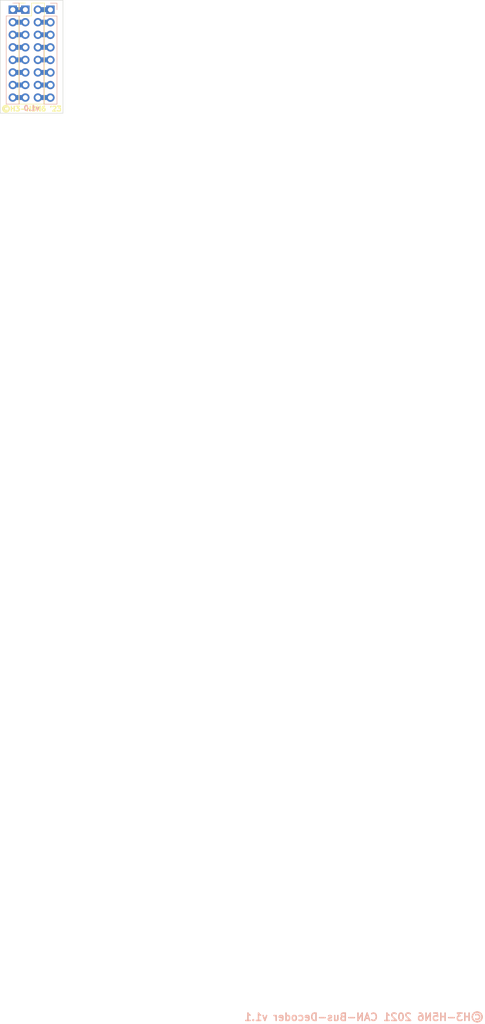
<source format=kicad_pcb>
(kicad_pcb (version 20221018) (generator pcbnew)
  (layers (0 "F.Cu" signal) (31 "B.Cu" signal) (34 "B.Paste" user) (35 "F.Paste" user) (36 "B.SilkS" user "B.Silkscreen") (37 "F.SilkS" user "F.Silkscreen") (38 "B.Mask" user) (39 "F.Mask" user) (44 "Edge.Cuts" user))
  (net 0 "")
  (net 1 "Net-(J1001-Pin_1)")
  (net 2 "Net-(J1001-Pin_2)")
  (net 3 "Net-(J1001-Pin_3)")
  (net 4 "Net-(J1001-Pin_4)")
  (net 5 "Net-(J1001-Pin_5)")
  (net 6 "Net-(J1001-Pin_6)")
  (net 7 "Net-(J1001-Pin_8)")
  (net 8 "Net-(J1001-Pin_9)")
  (net 9 "Net-(J1001-Pin_10)")
  (net 10 "Net-(J1001-Pin_11)")
  (net 11 "Net-(J1001-Pin_12)")
  (net 12 "Net-(J1001-Pin_13)")
  (net 13 "Net-(J1001-Pin_16)")
  (net 14 "Net-(J1001-Pin_15)")
  (net 15 "Net-(J1001-Pin_14)")
  (net 16 "Net-(J1001-Pin_7)")
  (footprint "Connector_PinHeader_2.54mm:PinHeader_2x08_P2.54mm_Vertical" (layer "F.Cu") (at 147.32 71.12)
    (fp_text reference "J1001" hide)
    (fp_text value "Conn_02x08_Odd_Even" hide)
    (fp_line (start -1.33 -1.33) (end 0 -1.33) (stroke (width 0.12)) (layer "F.SilkS"))
    (fp_line (start -1.33 0) (end -1.33 -1.33) (stroke (width 0.12)) (layer "F.SilkS"))
    (fp_line (start -1.33 1.27) (end -1.33 19.11) (stroke (width 0.12)) (layer "F.SilkS"))
    (fp_line (start -1.33 1.27) (end 1.27 1.27) (stroke (width 0.12)) (layer "F.SilkS"))
    (fp_line (start -1.33 19.11) (end 3.87 19.11) (stroke (width 0.12)) (layer "F.SilkS"))
    (fp_line (start 1.27 -1.33) (end 3.87 -1.33) (stroke (width 0.12)) (layer "F.SilkS"))
    (fp_line (start 1.27 1.27) (end 1.27 -1.33) (stroke (width 0.12)) (layer "F.SilkS"))
    (fp_line (start 3.87 -1.33) (end 3.87 19.11) (stroke (width 0.12)) (layer "F.SilkS"))
    (pad "1" thru_hole rect (at 0 0) (size 1.7 1.7) (drill 1) (layers "*.Cu" "*.Mask") (net 1 "Net-(J1001-Pin_1)"))
    (pad "2" thru_hole oval (at 2.54 0) (size 1.7 1.7) (drill 1) (layers "*.Cu" "*.Mask") (net 2 "Net-(J1001-Pin_2)"))
    (pad "3" thru_hole oval (at 0 2.54) (size 1.7 1.7) (drill 1) (layers "*.Cu" "*.Mask") (net 3 "Net-(J1001-Pin_3)"))
    (pad "4" thru_hole oval (at 2.54 2.54) (size 1.7 1.7) (drill 1) (layers "*.Cu" "*.Mask") (net 4 "Net-(J1001-Pin_4)"))
    (pad "5" thru_hole oval (at 0 5.08) (size 1.7 1.7) (drill 1) (layers "*.Cu" "*.Mask") (net 5 "Net-(J1001-Pin_5)"))
    (pad "6" thru_hole oval (at 2.54 5.08) (size 1.7 1.7) (drill 1) (layers "*.Cu" "*.Mask") (net 6 "Net-(J1001-Pin_6)"))
    (pad "7" thru_hole oval (at 0 7.62) (size 1.7 1.7) (drill 1) (layers "*.Cu" "*.Mask") (net 16 "Net-(J1001-Pin_7)"))
    (pad "8" thru_hole oval (at 2.54 7.62) (size 1.7 1.7) (drill 1) (layers "*.Cu" "*.Mask") (net 7 "Net-(J1001-Pin_8)"))
    (pad "9" thru_hole oval (at 0 10.16) (size 1.7 1.7) (drill 1) (layers "*.Cu" "*.Mask") (net 8 "Net-(J1001-Pin_9)"))
    (pad "10" thru_hole oval (at 2.54 10.16) (size 1.7 1.7) (drill 1) (layers "*.Cu" "*.Mask") (net 9 "Net-(J1001-Pin_10)"))
    (pad "11" thru_hole oval (at 0 12.7) (size 1.7 1.7) (drill 1) (layers "*.Cu" "*.Mask") (net 10 "Net-(J1001-Pin_11)"))
    (pad "12" thru_hole oval (at 2.54 12.7) (size 1.7 1.7) (drill 1) (layers "*.Cu" "*.Mask") (net 11 "Net-(J1001-Pin_12)"))
    (pad "13" thru_hole oval (at 0 15.24) (size 1.7 1.7) (drill 1) (layers "*.Cu" "*.Mask") (net 12 "Net-(J1001-Pin_13)"))
    (pad "14" thru_hole oval (at 2.54 15.24) (size 1.7 1.7) (drill 1) (layers "*.Cu" "*.Mask") (net 15 "Net-(J1001-Pin_14)"))
    (pad "15" thru_hole oval (at 0 17.78) (size 1.7 1.7) (drill 1) (layers "*.Cu" "*.Mask") (net 14 "Net-(J1001-Pin_15)"))
    (pad "16" thru_hole oval (at 2.54 17.78) (size 1.7 1.7) (drill 1) (layers "*.Cu" "*.Mask") (net 13 "Net-(J1001-Pin_16)"))
  )
  (footprint "Connector_PinHeader_2.54mm:PinHeader_1x08_P2.54mm_Vertical" (layer "B.Cu") (at 152.4 71.135 180)
    (fp_text reference "J1002" hide)
    (fp_text value "Conn_01x08" hide)
    (fp_line (start -1.33 -19.11) (end 1.33 -19.11) (stroke (width 0.12)) (layer "B.SilkS"))
    (fp_line (start -1.33 -1.27) (end -1.33 -19.11) (stroke (width 0.12)) (layer "B.SilkS"))
    (fp_line (start -1.33 -1.27) (end 1.33 -1.27) (stroke (width 0.12)) (layer "B.SilkS"))
    (fp_line (start -1.33 0) (end -1.33 1.33) (stroke (width 0.12)) (layer "B.SilkS"))
    (fp_line (start -1.33 1.33) (end 0 1.33) (stroke (width 0.12)) (layer "B.SilkS"))
    (fp_line (start 1.33 -1.27) (end 1.33 -19.11) (stroke (width 0.12)) (layer "B.SilkS"))
    (pad "1" thru_hole rect (at 0 0 180) (size 1.7 1.7) (drill 1) (layers "*.Cu" "*.Mask") (net 2 "Net-(J1001-Pin_2)"))
    (pad "2" thru_hole oval (at 0 -2.54 180) (size 1.7 1.7) (drill 1) (layers "*.Cu" "*.Mask") (net 4 "Net-(J1001-Pin_4)"))
    (pad "3" thru_hole oval (at 0 -5.08 180) (size 1.7 1.7) (drill 1) (layers "*.Cu" "*.Mask") (net 6 "Net-(J1001-Pin_6)"))
    (pad "4" thru_hole oval (at 0 -7.62 180) (size 1.7 1.7) (drill 1) (layers "*.Cu" "*.Mask") (net 7 "Net-(J1001-Pin_8)"))
    (pad "5" thru_hole oval (at 0 -10.16 180) (size 1.7 1.7) (drill 1) (layers "*.Cu" "*.Mask") (net 9 "Net-(J1001-Pin_10)"))
    (pad "6" thru_hole oval (at 0 -12.7 180) (size 1.7 1.7) (drill 1) (layers "*.Cu" "*.Mask") (net 11 "Net-(J1001-Pin_12)"))
    (pad "7" thru_hole oval (at 0 -15.24 180) (size 1.7 1.7) (drill 1) (layers "*.Cu" "*.Mask") (net 15 "Net-(J1001-Pin_14)"))
    (pad "8" thru_hole oval (at 0 -17.78 180) (size 1.7 1.7) (drill 1) (layers "*.Cu" "*.Mask") (net 13 "Net-(J1001-Pin_16)"))
  )
  (footprint "Connector_PinHeader_2.54mm:PinHeader_1x08_P2.54mm_Vertical" (layer "B.Cu") (at 144.78 71.12 180)
    (fp_text reference "J1003" hide)
    (fp_text value "Conn_01x08" hide)
    (fp_line (start -1.33 -19.11) (end 1.33 -19.11) (stroke (width 0.12)) (layer "B.SilkS"))
    (fp_line (start -1.33 -1.27) (end -1.33 -19.11) (stroke (width 0.12)) (layer "B.SilkS"))
    (fp_line (start -1.33 -1.27) (end 1.33 -1.27) (stroke (width 0.12)) (layer "B.SilkS"))
    (fp_line (start -1.33 0) (end -1.33 1.33) (stroke (width 0.12)) (layer "B.SilkS"))
    (fp_line (start -1.33 1.33) (end 0 1.33) (stroke (width 0.12)) (layer "B.SilkS"))
    (fp_line (start 1.33 -1.27) (end 1.33 -19.11) (stroke (width 0.12)) (layer "B.SilkS"))
    (pad "1" thru_hole rect (at 0 0 180) (size 1.7 1.7) (drill 1) (layers "*.Cu" "*.Mask") (net 1 "Net-(J1001-Pin_1)"))
    (pad "2" thru_hole oval (at 0 -2.54 180) (size 1.7 1.7) (drill 1) (layers "*.Cu" "*.Mask") (net 3 "Net-(J1001-Pin_3)"))
    (pad "3" thru_hole oval (at 0 -5.08 180) (size 1.7 1.7) (drill 1) (layers "*.Cu" "*.Mask") (net 5 "Net-(J1001-Pin_5)"))
    (pad "4" thru_hole oval (at 0 -7.62 180) (size 1.7 1.7) (drill 1) (layers "*.Cu" "*.Mask") (net 16 "Net-(J1001-Pin_7)"))
    (pad "5" thru_hole oval (at 0 -10.16 180) (size 1.7 1.7) (drill 1) (layers "*.Cu" "*.Mask") (net 8 "Net-(J1001-Pin_9)"))
    (pad "6" thru_hole oval (at 0 -12.7 180) (size 1.7 1.7) (drill 1) (layers "*.Cu" "*.Mask") (net 10 "Net-(J1001-Pin_11)"))
    (pad "7" thru_hole oval (at 0 -15.24 180) (size 1.7 1.7) (drill 1) (layers "*.Cu" "*.Mask") (net 12 "Net-(J1001-Pin_13)"))
    (pad "8" thru_hole oval (at 0 -17.78 180) (size 1.7 1.7) (drill 1) (layers "*.Cu" "*.Mask") (net 14 "Net-(J1001-Pin_15)"))
  )
  (gr_line (start 154.94 92.075) (end 142.24 92.075) (stroke (width 0.1)) (layer "Edge.Cuts"))
  (gr_line (start 142.24 69.215) (end 154.94 69.215) (stroke (width 0.1)) (layer "Edge.Cuts"))
  (gr_line (start 142.24 92.075) (end 142.24 69.215) (stroke (width 0.1)) (layer "Edge.Cuts"))
  (gr_line (start 154.94 69.215) (end 154.94 92.075) (stroke (width 0.1)) (layer "Edge.Cuts"))
  (gr_text "v1.0\n" (at 148.59 91.059) (layer "B.SilkS") (effects (font (size 1 1) (thickness 0.25)) (justify mirror)))
  (gr_text "©H3-H5N6 2021 CAN-Bus-Decoder v1.1\n" (at 215.9 274.955) (layer "B.SilkS") (effects (font (size 1.5 1.5) (thickness 0.3)) (justify mirror)))
  (gr_text "©H3-H5N6 '23\n" (at 148.59 91.186) (layer "F.SilkS") (effects (font (size 1 1) (thickness 0.25))))
  (segment (start 144.78 71.12) (end 147.32 71.12) (width 1) (layer "B.Cu") (net 1))
  (segment (start 149.86 71.12) (end 152.4 71.12) (width 1) (layer "B.Cu") (net 2))
  (segment (start 144.78 73.66) (end 147.32 73.66) (width 1) (layer "B.Cu") (net 3))
  (segment (start 149.86 73.66) (end 152.4 73.66) (width 1) (layer "B.Cu") (net 4))
  (segment (start 144.78 76.2) (end 147.32 76.2) (width 1) (layer "B.Cu") (net 5))
  (segment (start 149.86 76.2) (end 152.4 76.2) (width 1) (layer "B.Cu") (net 6))
  (segment (start 149.86 78.74) (end 152.4 78.74) (width 1) (layer "B.Cu") (net 7))
  (segment (start 144.78 81.28) (end 147.32 81.28) (width 1) (layer "B.Cu") (net 8))
  (segment (start 149.86 81.28) (end 152.4 81.28) (width 1) (layer "B.Cu") (net 9))
  (segment (start 144.78 83.82) (end 147.32 83.82) (width 1) (layer "B.Cu") (net 10))
  (segment (start 149.86 83.82) (end 152.4 83.82) (width 1) (layer "B.Cu") (net 11))
  (segment (start 144.78 86.36) (end 147.32 86.36) (width 1) (layer "B.Cu") (net 12))
  (segment (start 149.86 88.9) (end 152.4 88.9) (width 1) (layer "B.Cu") (net 13))
  (segment (start 144.78 88.9) (end 147.32 88.9) (width 1) (layer "B.Cu") (net 14))
  (segment (start 149.86 86.36) (end 152.4 86.36) (width 1) (layer "B.Cu") (net 15))
  (segment (start 144.78 78.74) (end 147.32 78.74) (width 1) (layer "B.Cu") (net 16))
)
</source>
